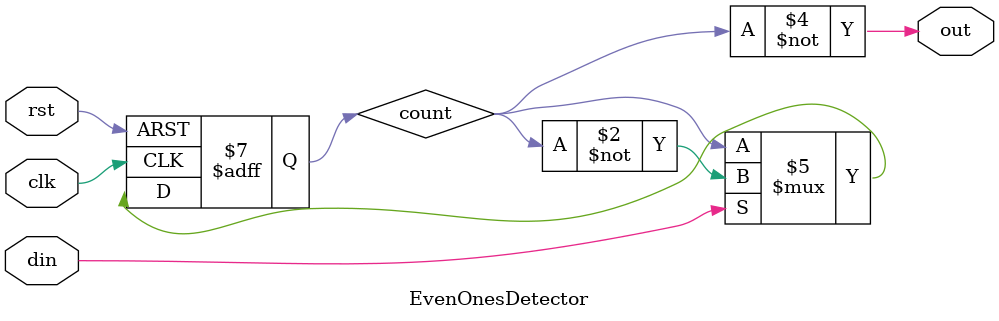
<source format=v>
module EvenOnesDetector(input clk, input rst, input din, output reg out); 
    reg count; 
    always @(posedge clk or posedge rst) begin 
        if (rst) 
            count <= 0;           
        else if (din) 
            count <= ~count;      
    end 
    always @(*)  
        out = ~count;             
endmodule

</source>
